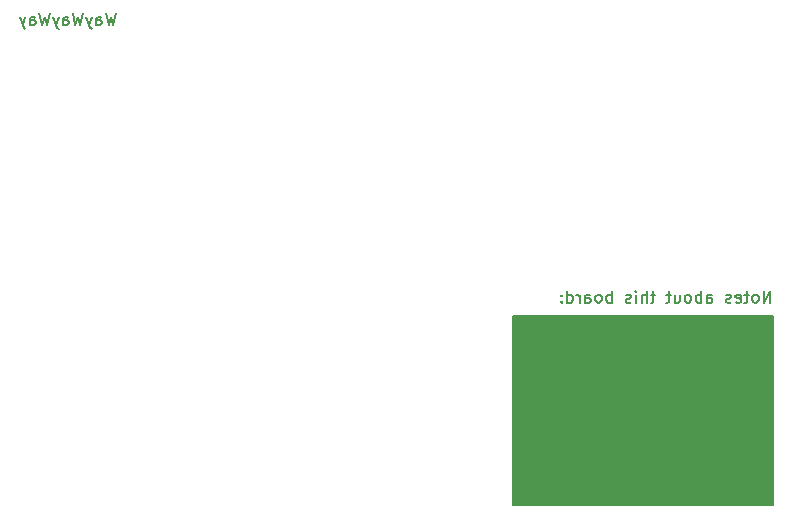
<source format=gbr>
%TF.GenerationSoftware,KiCad,Pcbnew,7.0.2*%
%TF.CreationDate,2023-08-08T17:25:24+02:00*%
%TF.ProjectId,pulse_generator,70756c73-655f-4676-956e-657261746f72,rev?*%
%TF.SameCoordinates,Original*%
%TF.FileFunction,Legend,Bot*%
%TF.FilePolarity,Positive*%
%FSLAX46Y46*%
G04 Gerber Fmt 4.6, Leading zero omitted, Abs format (unit mm)*
G04 Created by KiCad (PCBNEW 7.0.2) date 2023-08-08 17:25:24*
%MOMM*%
%LPD*%
G01*
G04 APERTURE LIST*
%ADD10C,0.150000*%
G04 APERTURE END LIST*
D10*
X141500000Y-74500000D02*
X163500000Y-74500000D01*
X163500000Y-90500000D01*
X141500000Y-90500000D01*
X141500000Y-74500000D01*
G36*
X141500000Y-74500000D02*
G01*
X163500000Y-74500000D01*
X163500000Y-90500000D01*
X141500000Y-90500000D01*
X141500000Y-74500000D01*
G37*
X163261904Y-73377619D02*
X163261904Y-72377619D01*
X163261904Y-72377619D02*
X162690476Y-73377619D01*
X162690476Y-73377619D02*
X162690476Y-72377619D01*
X162071428Y-73377619D02*
X162166666Y-73330000D01*
X162166666Y-73330000D02*
X162214285Y-73282380D01*
X162214285Y-73282380D02*
X162261904Y-73187142D01*
X162261904Y-73187142D02*
X162261904Y-72901428D01*
X162261904Y-72901428D02*
X162214285Y-72806190D01*
X162214285Y-72806190D02*
X162166666Y-72758571D01*
X162166666Y-72758571D02*
X162071428Y-72710952D01*
X162071428Y-72710952D02*
X161928571Y-72710952D01*
X161928571Y-72710952D02*
X161833333Y-72758571D01*
X161833333Y-72758571D02*
X161785714Y-72806190D01*
X161785714Y-72806190D02*
X161738095Y-72901428D01*
X161738095Y-72901428D02*
X161738095Y-73187142D01*
X161738095Y-73187142D02*
X161785714Y-73282380D01*
X161785714Y-73282380D02*
X161833333Y-73330000D01*
X161833333Y-73330000D02*
X161928571Y-73377619D01*
X161928571Y-73377619D02*
X162071428Y-73377619D01*
X161452380Y-72710952D02*
X161071428Y-72710952D01*
X161309523Y-72377619D02*
X161309523Y-73234761D01*
X161309523Y-73234761D02*
X161261904Y-73330000D01*
X161261904Y-73330000D02*
X161166666Y-73377619D01*
X161166666Y-73377619D02*
X161071428Y-73377619D01*
X160357142Y-73330000D02*
X160452380Y-73377619D01*
X160452380Y-73377619D02*
X160642856Y-73377619D01*
X160642856Y-73377619D02*
X160738094Y-73330000D01*
X160738094Y-73330000D02*
X160785713Y-73234761D01*
X160785713Y-73234761D02*
X160785713Y-72853809D01*
X160785713Y-72853809D02*
X160738094Y-72758571D01*
X160738094Y-72758571D02*
X160642856Y-72710952D01*
X160642856Y-72710952D02*
X160452380Y-72710952D01*
X160452380Y-72710952D02*
X160357142Y-72758571D01*
X160357142Y-72758571D02*
X160309523Y-72853809D01*
X160309523Y-72853809D02*
X160309523Y-72949047D01*
X160309523Y-72949047D02*
X160785713Y-73044285D01*
X159928570Y-73330000D02*
X159833332Y-73377619D01*
X159833332Y-73377619D02*
X159642856Y-73377619D01*
X159642856Y-73377619D02*
X159547618Y-73330000D01*
X159547618Y-73330000D02*
X159499999Y-73234761D01*
X159499999Y-73234761D02*
X159499999Y-73187142D01*
X159499999Y-73187142D02*
X159547618Y-73091904D01*
X159547618Y-73091904D02*
X159642856Y-73044285D01*
X159642856Y-73044285D02*
X159785713Y-73044285D01*
X159785713Y-73044285D02*
X159880951Y-72996666D01*
X159880951Y-72996666D02*
X159928570Y-72901428D01*
X159928570Y-72901428D02*
X159928570Y-72853809D01*
X159928570Y-72853809D02*
X159880951Y-72758571D01*
X159880951Y-72758571D02*
X159785713Y-72710952D01*
X159785713Y-72710952D02*
X159642856Y-72710952D01*
X159642856Y-72710952D02*
X159547618Y-72758571D01*
X157880951Y-73377619D02*
X157880951Y-72853809D01*
X157880951Y-72853809D02*
X157928570Y-72758571D01*
X157928570Y-72758571D02*
X158023808Y-72710952D01*
X158023808Y-72710952D02*
X158214284Y-72710952D01*
X158214284Y-72710952D02*
X158309522Y-72758571D01*
X157880951Y-73330000D02*
X157976189Y-73377619D01*
X157976189Y-73377619D02*
X158214284Y-73377619D01*
X158214284Y-73377619D02*
X158309522Y-73330000D01*
X158309522Y-73330000D02*
X158357141Y-73234761D01*
X158357141Y-73234761D02*
X158357141Y-73139523D01*
X158357141Y-73139523D02*
X158309522Y-73044285D01*
X158309522Y-73044285D02*
X158214284Y-72996666D01*
X158214284Y-72996666D02*
X157976189Y-72996666D01*
X157976189Y-72996666D02*
X157880951Y-72949047D01*
X157404760Y-73377619D02*
X157404760Y-72377619D01*
X157404760Y-72758571D02*
X157309522Y-72710952D01*
X157309522Y-72710952D02*
X157119046Y-72710952D01*
X157119046Y-72710952D02*
X157023808Y-72758571D01*
X157023808Y-72758571D02*
X156976189Y-72806190D01*
X156976189Y-72806190D02*
X156928570Y-72901428D01*
X156928570Y-72901428D02*
X156928570Y-73187142D01*
X156928570Y-73187142D02*
X156976189Y-73282380D01*
X156976189Y-73282380D02*
X157023808Y-73330000D01*
X157023808Y-73330000D02*
X157119046Y-73377619D01*
X157119046Y-73377619D02*
X157309522Y-73377619D01*
X157309522Y-73377619D02*
X157404760Y-73330000D01*
X156357141Y-73377619D02*
X156452379Y-73330000D01*
X156452379Y-73330000D02*
X156499998Y-73282380D01*
X156499998Y-73282380D02*
X156547617Y-73187142D01*
X156547617Y-73187142D02*
X156547617Y-72901428D01*
X156547617Y-72901428D02*
X156499998Y-72806190D01*
X156499998Y-72806190D02*
X156452379Y-72758571D01*
X156452379Y-72758571D02*
X156357141Y-72710952D01*
X156357141Y-72710952D02*
X156214284Y-72710952D01*
X156214284Y-72710952D02*
X156119046Y-72758571D01*
X156119046Y-72758571D02*
X156071427Y-72806190D01*
X156071427Y-72806190D02*
X156023808Y-72901428D01*
X156023808Y-72901428D02*
X156023808Y-73187142D01*
X156023808Y-73187142D02*
X156071427Y-73282380D01*
X156071427Y-73282380D02*
X156119046Y-73330000D01*
X156119046Y-73330000D02*
X156214284Y-73377619D01*
X156214284Y-73377619D02*
X156357141Y-73377619D01*
X155166665Y-72710952D02*
X155166665Y-73377619D01*
X155595236Y-72710952D02*
X155595236Y-73234761D01*
X155595236Y-73234761D02*
X155547617Y-73330000D01*
X155547617Y-73330000D02*
X155452379Y-73377619D01*
X155452379Y-73377619D02*
X155309522Y-73377619D01*
X155309522Y-73377619D02*
X155214284Y-73330000D01*
X155214284Y-73330000D02*
X155166665Y-73282380D01*
X154833331Y-72710952D02*
X154452379Y-72710952D01*
X154690474Y-72377619D02*
X154690474Y-73234761D01*
X154690474Y-73234761D02*
X154642855Y-73330000D01*
X154642855Y-73330000D02*
X154547617Y-73377619D01*
X154547617Y-73377619D02*
X154452379Y-73377619D01*
X153499997Y-72710952D02*
X153119045Y-72710952D01*
X153357140Y-72377619D02*
X153357140Y-73234761D01*
X153357140Y-73234761D02*
X153309521Y-73330000D01*
X153309521Y-73330000D02*
X153214283Y-73377619D01*
X153214283Y-73377619D02*
X153119045Y-73377619D01*
X152785711Y-73377619D02*
X152785711Y-72377619D01*
X152357140Y-73377619D02*
X152357140Y-72853809D01*
X152357140Y-72853809D02*
X152404759Y-72758571D01*
X152404759Y-72758571D02*
X152499997Y-72710952D01*
X152499997Y-72710952D02*
X152642854Y-72710952D01*
X152642854Y-72710952D02*
X152738092Y-72758571D01*
X152738092Y-72758571D02*
X152785711Y-72806190D01*
X151880949Y-73377619D02*
X151880949Y-72710952D01*
X151880949Y-72377619D02*
X151928568Y-72425238D01*
X151928568Y-72425238D02*
X151880949Y-72472857D01*
X151880949Y-72472857D02*
X151833330Y-72425238D01*
X151833330Y-72425238D02*
X151880949Y-72377619D01*
X151880949Y-72377619D02*
X151880949Y-72472857D01*
X151452378Y-73330000D02*
X151357140Y-73377619D01*
X151357140Y-73377619D02*
X151166664Y-73377619D01*
X151166664Y-73377619D02*
X151071426Y-73330000D01*
X151071426Y-73330000D02*
X151023807Y-73234761D01*
X151023807Y-73234761D02*
X151023807Y-73187142D01*
X151023807Y-73187142D02*
X151071426Y-73091904D01*
X151071426Y-73091904D02*
X151166664Y-73044285D01*
X151166664Y-73044285D02*
X151309521Y-73044285D01*
X151309521Y-73044285D02*
X151404759Y-72996666D01*
X151404759Y-72996666D02*
X151452378Y-72901428D01*
X151452378Y-72901428D02*
X151452378Y-72853809D01*
X151452378Y-72853809D02*
X151404759Y-72758571D01*
X151404759Y-72758571D02*
X151309521Y-72710952D01*
X151309521Y-72710952D02*
X151166664Y-72710952D01*
X151166664Y-72710952D02*
X151071426Y-72758571D01*
X149833330Y-73377619D02*
X149833330Y-72377619D01*
X149833330Y-72758571D02*
X149738092Y-72710952D01*
X149738092Y-72710952D02*
X149547616Y-72710952D01*
X149547616Y-72710952D02*
X149452378Y-72758571D01*
X149452378Y-72758571D02*
X149404759Y-72806190D01*
X149404759Y-72806190D02*
X149357140Y-72901428D01*
X149357140Y-72901428D02*
X149357140Y-73187142D01*
X149357140Y-73187142D02*
X149404759Y-73282380D01*
X149404759Y-73282380D02*
X149452378Y-73330000D01*
X149452378Y-73330000D02*
X149547616Y-73377619D01*
X149547616Y-73377619D02*
X149738092Y-73377619D01*
X149738092Y-73377619D02*
X149833330Y-73330000D01*
X148785711Y-73377619D02*
X148880949Y-73330000D01*
X148880949Y-73330000D02*
X148928568Y-73282380D01*
X148928568Y-73282380D02*
X148976187Y-73187142D01*
X148976187Y-73187142D02*
X148976187Y-72901428D01*
X148976187Y-72901428D02*
X148928568Y-72806190D01*
X148928568Y-72806190D02*
X148880949Y-72758571D01*
X148880949Y-72758571D02*
X148785711Y-72710952D01*
X148785711Y-72710952D02*
X148642854Y-72710952D01*
X148642854Y-72710952D02*
X148547616Y-72758571D01*
X148547616Y-72758571D02*
X148499997Y-72806190D01*
X148499997Y-72806190D02*
X148452378Y-72901428D01*
X148452378Y-72901428D02*
X148452378Y-73187142D01*
X148452378Y-73187142D02*
X148499997Y-73282380D01*
X148499997Y-73282380D02*
X148547616Y-73330000D01*
X148547616Y-73330000D02*
X148642854Y-73377619D01*
X148642854Y-73377619D02*
X148785711Y-73377619D01*
X147595235Y-73377619D02*
X147595235Y-72853809D01*
X147595235Y-72853809D02*
X147642854Y-72758571D01*
X147642854Y-72758571D02*
X147738092Y-72710952D01*
X147738092Y-72710952D02*
X147928568Y-72710952D01*
X147928568Y-72710952D02*
X148023806Y-72758571D01*
X147595235Y-73330000D02*
X147690473Y-73377619D01*
X147690473Y-73377619D02*
X147928568Y-73377619D01*
X147928568Y-73377619D02*
X148023806Y-73330000D01*
X148023806Y-73330000D02*
X148071425Y-73234761D01*
X148071425Y-73234761D02*
X148071425Y-73139523D01*
X148071425Y-73139523D02*
X148023806Y-73044285D01*
X148023806Y-73044285D02*
X147928568Y-72996666D01*
X147928568Y-72996666D02*
X147690473Y-72996666D01*
X147690473Y-72996666D02*
X147595235Y-72949047D01*
X147119044Y-73377619D02*
X147119044Y-72710952D01*
X147119044Y-72901428D02*
X147071425Y-72806190D01*
X147071425Y-72806190D02*
X147023806Y-72758571D01*
X147023806Y-72758571D02*
X146928568Y-72710952D01*
X146928568Y-72710952D02*
X146833330Y-72710952D01*
X146071425Y-73377619D02*
X146071425Y-72377619D01*
X146071425Y-73330000D02*
X146166663Y-73377619D01*
X146166663Y-73377619D02*
X146357139Y-73377619D01*
X146357139Y-73377619D02*
X146452377Y-73330000D01*
X146452377Y-73330000D02*
X146499996Y-73282380D01*
X146499996Y-73282380D02*
X146547615Y-73187142D01*
X146547615Y-73187142D02*
X146547615Y-72901428D01*
X146547615Y-72901428D02*
X146499996Y-72806190D01*
X146499996Y-72806190D02*
X146452377Y-72758571D01*
X146452377Y-72758571D02*
X146357139Y-72710952D01*
X146357139Y-72710952D02*
X146166663Y-72710952D01*
X146166663Y-72710952D02*
X146071425Y-72758571D01*
X145595234Y-73282380D02*
X145547615Y-73330000D01*
X145547615Y-73330000D02*
X145595234Y-73377619D01*
X145595234Y-73377619D02*
X145642853Y-73330000D01*
X145642853Y-73330000D02*
X145595234Y-73282380D01*
X145595234Y-73282380D02*
X145595234Y-73377619D01*
X145595234Y-72758571D02*
X145547615Y-72806190D01*
X145547615Y-72806190D02*
X145595234Y-72853809D01*
X145595234Y-72853809D02*
X145642853Y-72806190D01*
X145642853Y-72806190D02*
X145595234Y-72758571D01*
X145595234Y-72758571D02*
X145595234Y-72853809D01*
X107857142Y-48877619D02*
X107619047Y-49877619D01*
X107619047Y-49877619D02*
X107428571Y-49163333D01*
X107428571Y-49163333D02*
X107238095Y-49877619D01*
X107238095Y-49877619D02*
X107000000Y-48877619D01*
X106190476Y-49877619D02*
X106190476Y-49353809D01*
X106190476Y-49353809D02*
X106238095Y-49258571D01*
X106238095Y-49258571D02*
X106333333Y-49210952D01*
X106333333Y-49210952D02*
X106523809Y-49210952D01*
X106523809Y-49210952D02*
X106619047Y-49258571D01*
X106190476Y-49830000D02*
X106285714Y-49877619D01*
X106285714Y-49877619D02*
X106523809Y-49877619D01*
X106523809Y-49877619D02*
X106619047Y-49830000D01*
X106619047Y-49830000D02*
X106666666Y-49734761D01*
X106666666Y-49734761D02*
X106666666Y-49639523D01*
X106666666Y-49639523D02*
X106619047Y-49544285D01*
X106619047Y-49544285D02*
X106523809Y-49496666D01*
X106523809Y-49496666D02*
X106285714Y-49496666D01*
X106285714Y-49496666D02*
X106190476Y-49449047D01*
X105809523Y-49210952D02*
X105571428Y-49877619D01*
X105333333Y-49210952D02*
X105571428Y-49877619D01*
X105571428Y-49877619D02*
X105666666Y-50115714D01*
X105666666Y-50115714D02*
X105714285Y-50163333D01*
X105714285Y-50163333D02*
X105809523Y-50210952D01*
X105047618Y-48877619D02*
X104809523Y-49877619D01*
X104809523Y-49877619D02*
X104619047Y-49163333D01*
X104619047Y-49163333D02*
X104428571Y-49877619D01*
X104428571Y-49877619D02*
X104190476Y-48877619D01*
X103380952Y-49877619D02*
X103380952Y-49353809D01*
X103380952Y-49353809D02*
X103428571Y-49258571D01*
X103428571Y-49258571D02*
X103523809Y-49210952D01*
X103523809Y-49210952D02*
X103714285Y-49210952D01*
X103714285Y-49210952D02*
X103809523Y-49258571D01*
X103380952Y-49830000D02*
X103476190Y-49877619D01*
X103476190Y-49877619D02*
X103714285Y-49877619D01*
X103714285Y-49877619D02*
X103809523Y-49830000D01*
X103809523Y-49830000D02*
X103857142Y-49734761D01*
X103857142Y-49734761D02*
X103857142Y-49639523D01*
X103857142Y-49639523D02*
X103809523Y-49544285D01*
X103809523Y-49544285D02*
X103714285Y-49496666D01*
X103714285Y-49496666D02*
X103476190Y-49496666D01*
X103476190Y-49496666D02*
X103380952Y-49449047D01*
X102999999Y-49210952D02*
X102761904Y-49877619D01*
X102523809Y-49210952D02*
X102761904Y-49877619D01*
X102761904Y-49877619D02*
X102857142Y-50115714D01*
X102857142Y-50115714D02*
X102904761Y-50163333D01*
X102904761Y-50163333D02*
X102999999Y-50210952D01*
X102238094Y-48877619D02*
X101999999Y-49877619D01*
X101999999Y-49877619D02*
X101809523Y-49163333D01*
X101809523Y-49163333D02*
X101619047Y-49877619D01*
X101619047Y-49877619D02*
X101380952Y-48877619D01*
X100571428Y-49877619D02*
X100571428Y-49353809D01*
X100571428Y-49353809D02*
X100619047Y-49258571D01*
X100619047Y-49258571D02*
X100714285Y-49210952D01*
X100714285Y-49210952D02*
X100904761Y-49210952D01*
X100904761Y-49210952D02*
X100999999Y-49258571D01*
X100571428Y-49830000D02*
X100666666Y-49877619D01*
X100666666Y-49877619D02*
X100904761Y-49877619D01*
X100904761Y-49877619D02*
X100999999Y-49830000D01*
X100999999Y-49830000D02*
X101047618Y-49734761D01*
X101047618Y-49734761D02*
X101047618Y-49639523D01*
X101047618Y-49639523D02*
X100999999Y-49544285D01*
X100999999Y-49544285D02*
X100904761Y-49496666D01*
X100904761Y-49496666D02*
X100666666Y-49496666D01*
X100666666Y-49496666D02*
X100571428Y-49449047D01*
X100190475Y-49210952D02*
X99952380Y-49877619D01*
X99714285Y-49210952D02*
X99952380Y-49877619D01*
X99952380Y-49877619D02*
X100047618Y-50115714D01*
X100047618Y-50115714D02*
X100095237Y-50163333D01*
X100095237Y-50163333D02*
X100190475Y-50210952D01*
M02*

</source>
